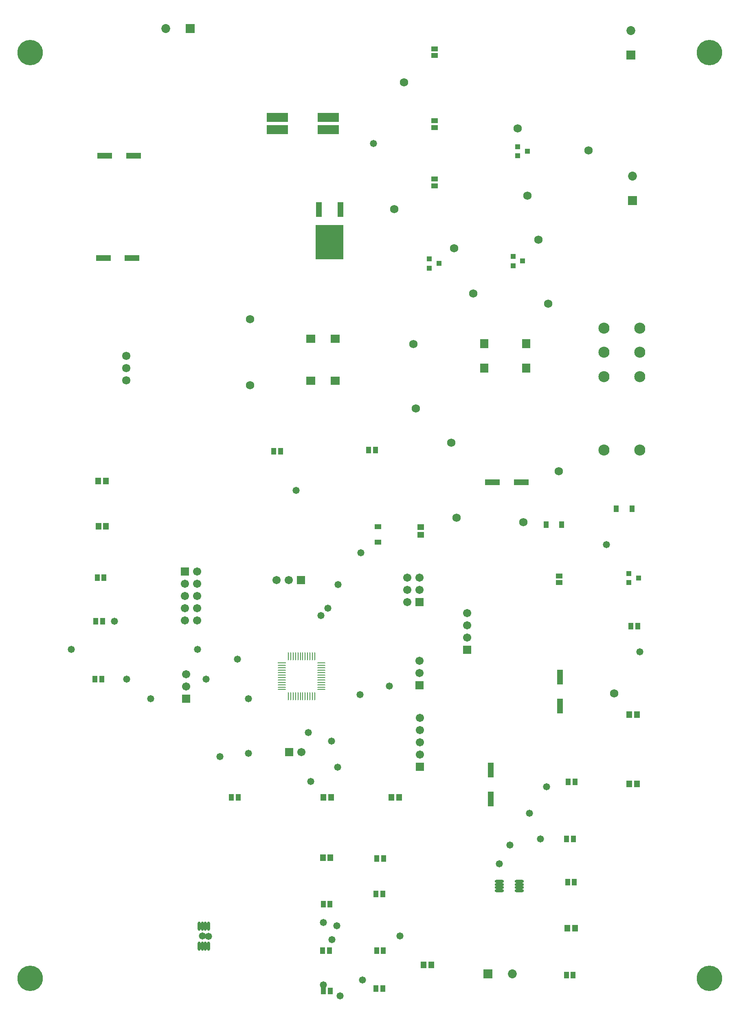
<source format=gts>
G04*
G04 #@! TF.GenerationSoftware,Altium Limited,Altium Designer,23.2.1 (34)*
G04*
G04 Layer_Color=8388736*
%FSLAX25Y25*%
%MOIN*%
G70*
G04*
G04 #@! TF.SameCoordinates,93AA6E6A-2443-478F-AA38-481D138D9A8A*
G04*
G04*
G04 #@! TF.FilePolarity,Negative*
G04*
G01*
G75*
%ADD20R,0.05339X0.04349*%
%ADD21R,0.04349X0.05339*%
%ADD28R,0.05136X0.05733*%
G04:AMPARAMS|DCode=30|XSize=9.94mil|YSize=65.17mil|CornerRadius=4.97mil|HoleSize=0mil|Usage=FLASHONLY|Rotation=0.000|XOffset=0mil|YOffset=0mil|HoleType=Round|Shape=RoundedRectangle|*
%AMROUNDEDRECTD30*
21,1,0.00994,0.05523,0,0,0.0*
21,1,0.00000,0.06517,0,0,0.0*
1,1,0.00994,0.00000,-0.02761*
1,1,0.00994,0.00000,-0.02761*
1,1,0.00994,0.00000,0.02761*
1,1,0.00994,0.00000,0.02761*
%
%ADD30ROUNDEDRECTD30*%
G04:AMPARAMS|DCode=31|XSize=65.17mil|YSize=9.94mil|CornerRadius=4.97mil|HoleSize=0mil|Usage=FLASHONLY|Rotation=0.000|XOffset=0mil|YOffset=0mil|HoleType=Round|Shape=RoundedRectangle|*
%AMROUNDEDRECTD31*
21,1,0.06517,0.00000,0,0,0.0*
21,1,0.05523,0.00994,0,0,0.0*
1,1,0.00994,0.02761,0.00000*
1,1,0.00994,-0.02761,0.00000*
1,1,0.00994,-0.02761,0.00000*
1,1,0.00994,0.02761,0.00000*
%
%ADD31ROUNDEDRECTD31*%
%ADD32R,0.06517X0.00994*%
%ADD34R,0.05733X0.05136*%
%ADD38R,0.04343X0.03950*%
%ADD39R,0.04383X0.05603*%
%ADD40R,0.12217X0.05131*%
%ADD41R,0.07493X0.06706*%
%ADD42R,0.06706X0.07493*%
%ADD43O,0.07493X0.02572*%
%ADD44O,0.02572X0.07493*%
%ADD45R,0.05131X0.12217*%
%ADD46R,0.05603X0.04383*%
%ADD47R,0.23044X0.27965*%
%ADD48R,0.04737X0.12020*%
%ADD49R,0.17611X0.07808*%
%ADD50C,0.20800*%
%ADD51C,0.09068*%
%ADD52C,0.07296*%
%ADD53R,0.07296X0.07296*%
%ADD54C,0.06780*%
%ADD55R,0.07296X0.07296*%
%ADD56R,0.06706X0.06706*%
%ADD57C,0.06706*%
%ADD58R,0.06706X0.06706*%
%ADD59C,0.06800*%
%ADD60C,0.05800*%
D20*
X469500Y355518D02*
D03*
Y350000D02*
D03*
X367500Y786518D02*
D03*
Y781000D02*
D03*
Y674482D02*
D03*
Y680000D02*
D03*
Y727759D02*
D03*
Y722241D02*
D03*
D21*
X533518Y314500D02*
D03*
X528000D02*
D03*
X241259Y457500D02*
D03*
X235741D02*
D03*
X319000Y458500D02*
D03*
X313482D02*
D03*
X319500Y95500D02*
D03*
X325018D02*
D03*
X325518Y124500D02*
D03*
X320000D02*
D03*
X281759Y87000D02*
D03*
X276241D02*
D03*
X281259Y49000D02*
D03*
X275741D02*
D03*
X276500Y16000D02*
D03*
X282018D02*
D03*
X325500Y49000D02*
D03*
X319982D02*
D03*
X476241Y105000D02*
D03*
X481759D02*
D03*
X482259Y187000D02*
D03*
X476741D02*
D03*
X480759Y29000D02*
D03*
X475241D02*
D03*
X319482Y18000D02*
D03*
X325000D02*
D03*
X475482Y140500D02*
D03*
X481000D02*
D03*
X91241Y354000D02*
D03*
X96759D02*
D03*
X90000Y318500D02*
D03*
X95518D02*
D03*
X95018Y271000D02*
D03*
X89500D02*
D03*
X206518Y174500D02*
D03*
X201000D02*
D03*
D28*
X358500Y37500D02*
D03*
X364805D02*
D03*
X275847Y125000D02*
D03*
X282153D02*
D03*
X476000Y67500D02*
D03*
X482305D02*
D03*
X526695Y185500D02*
D03*
X533000D02*
D03*
X526695Y242000D02*
D03*
X533000D02*
D03*
X282805Y174500D02*
D03*
X276500D02*
D03*
X332000D02*
D03*
X338305D02*
D03*
X92000Y433000D02*
D03*
X98305D02*
D03*
X92195Y396000D02*
D03*
X98500D02*
D03*
D30*
X247673Y289742D02*
D03*
X249642D02*
D03*
X251610D02*
D03*
X253579D02*
D03*
X255547D02*
D03*
X257516D02*
D03*
X259484D02*
D03*
X261453D02*
D03*
X263421D02*
D03*
X265390D02*
D03*
X267358D02*
D03*
X269327D02*
D03*
Y257258D02*
D03*
X267358D02*
D03*
X265390D02*
D03*
X263421D02*
D03*
X261453D02*
D03*
X259484D02*
D03*
X257516D02*
D03*
X255547D02*
D03*
X253579D02*
D03*
X251610D02*
D03*
X249642D02*
D03*
X247673D02*
D03*
D31*
X274742Y284327D02*
D03*
Y282358D02*
D03*
Y280390D02*
D03*
Y278421D02*
D03*
Y276453D02*
D03*
Y274484D02*
D03*
Y272516D02*
D03*
Y270547D02*
D03*
Y268579D02*
D03*
Y266610D02*
D03*
Y264642D02*
D03*
Y262673D02*
D03*
X242258D02*
D03*
Y264642D02*
D03*
Y266610D02*
D03*
Y268579D02*
D03*
Y270547D02*
D03*
Y272516D02*
D03*
Y274484D02*
D03*
Y276453D02*
D03*
Y278421D02*
D03*
Y280390D02*
D03*
Y282358D02*
D03*
D32*
Y284327D02*
D03*
D34*
X356000Y395500D02*
D03*
Y389195D02*
D03*
D38*
X526500Y357480D02*
D03*
Y350000D02*
D03*
X534374Y353740D02*
D03*
X370937Y611000D02*
D03*
X363063Y607260D02*
D03*
Y614740D02*
D03*
X443374Y702760D02*
D03*
X435500Y699020D02*
D03*
Y706500D02*
D03*
X439437Y613000D02*
D03*
X431563Y609260D02*
D03*
Y616740D02*
D03*
D39*
X458626Y397500D02*
D03*
X471500D02*
D03*
X516063Y410500D02*
D03*
X528937D02*
D03*
D40*
X119811Y615500D02*
D03*
X96189D02*
D03*
X121122Y699000D02*
D03*
X97500D02*
D03*
X438311Y432000D02*
D03*
X414689D02*
D03*
D41*
X286000Y515000D02*
D03*
X266000D02*
D03*
Y549500D02*
D03*
X286000D02*
D03*
D42*
X442500Y545500D02*
D03*
Y525500D02*
D03*
X408000D02*
D03*
Y545500D02*
D03*
D43*
X436768Y98161D02*
D03*
Y100720D02*
D03*
Y103280D02*
D03*
Y105839D02*
D03*
X420232Y98161D02*
D03*
Y100720D02*
D03*
Y103280D02*
D03*
Y105839D02*
D03*
D44*
X182339Y69268D02*
D03*
X179780D02*
D03*
X177220D02*
D03*
X174661D02*
D03*
X182339Y52732D02*
D03*
X179780D02*
D03*
X177220D02*
D03*
X174661D02*
D03*
D45*
X470000Y249189D02*
D03*
Y272811D02*
D03*
X413500Y196811D02*
D03*
Y173189D02*
D03*
D46*
X321000Y383063D02*
D03*
Y395937D02*
D03*
D47*
X281500Y628500D02*
D03*
D48*
X272524Y655272D02*
D03*
X290476D02*
D03*
D49*
X280386Y720500D02*
D03*
Y730500D02*
D03*
X238614D02*
D03*
Y720500D02*
D03*
D50*
X36500Y26500D02*
D03*
Y783500D02*
D03*
X592500Y26500D02*
D03*
Y783500D02*
D03*
D51*
X535500Y458421D02*
D03*
Y518500D02*
D03*
Y538342D02*
D03*
Y558185D02*
D03*
X505972D02*
D03*
Y538342D02*
D03*
Y518500D02*
D03*
Y458421D02*
D03*
D52*
X528000Y801500D02*
D03*
X529500Y682500D02*
D03*
X431000Y30000D02*
D03*
X147500Y803000D02*
D03*
D53*
X528000Y781500D02*
D03*
X529500Y662500D02*
D03*
D54*
X115000Y515421D02*
D03*
Y525657D02*
D03*
Y535500D02*
D03*
D55*
X411000Y30000D02*
D03*
X167500Y803000D02*
D03*
D56*
X163000Y359000D02*
D03*
X355000Y334000D02*
D03*
X355500Y199500D02*
D03*
X164000Y255000D02*
D03*
X394000Y295000D02*
D03*
X355000Y266000D02*
D03*
D57*
X173000Y359000D02*
D03*
X163000Y349000D02*
D03*
X173000D02*
D03*
X163000Y339000D02*
D03*
X173000D02*
D03*
X163000Y329000D02*
D03*
X173000D02*
D03*
X163000Y319000D02*
D03*
X173000D02*
D03*
X345000Y354000D02*
D03*
X355000D02*
D03*
X345000Y344000D02*
D03*
X355000D02*
D03*
X345000Y334000D02*
D03*
X238000Y352000D02*
D03*
X248000D02*
D03*
X355500Y209500D02*
D03*
Y219500D02*
D03*
Y229500D02*
D03*
Y239500D02*
D03*
X164000Y275000D02*
D03*
Y265000D02*
D03*
X394000Y305000D02*
D03*
Y315000D02*
D03*
Y325000D02*
D03*
X258500Y211500D02*
D03*
X355000Y286000D02*
D03*
Y276000D02*
D03*
D58*
X258000Y352000D02*
D03*
X248500Y211500D02*
D03*
D59*
X514500Y259500D02*
D03*
X469000Y441000D02*
D03*
X440000Y399500D02*
D03*
X385500Y403000D02*
D03*
X381000Y464500D02*
D03*
X350000Y545000D02*
D03*
X399000Y586500D02*
D03*
X435500Y721521D02*
D03*
X452500Y630500D02*
D03*
X383500Y623563D02*
D03*
X493500Y703500D02*
D03*
X443374Y666374D02*
D03*
X216500Y511500D02*
D03*
Y565500D02*
D03*
X334500Y655500D02*
D03*
X342500Y759000D02*
D03*
X460500Y578000D02*
D03*
X352000Y492500D02*
D03*
D60*
X508000Y381000D02*
D03*
X317500Y709000D02*
D03*
X70000Y295500D02*
D03*
X254000Y425500D02*
D03*
X283000Y220500D02*
D03*
X535500Y293500D02*
D03*
X330500Y265500D02*
D03*
X308500Y25000D02*
D03*
X339000Y61000D02*
D03*
X290000Y12000D02*
D03*
X283500Y58000D02*
D03*
X287500Y69500D02*
D03*
X276500Y72000D02*
D03*
X182311Y60689D02*
D03*
X105400Y318500D02*
D03*
X276400Y21300D02*
D03*
X177220Y61000D02*
D03*
X215000Y210500D02*
D03*
Y255000D02*
D03*
X135000D02*
D03*
X280000Y329000D02*
D03*
X173500Y295500D02*
D03*
X288000Y199000D02*
D03*
X306500Y258500D02*
D03*
X266000Y187500D02*
D03*
X288500Y348500D02*
D03*
X307000Y374500D02*
D03*
X274500Y323000D02*
D03*
X420500Y120000D02*
D03*
X445000Y161500D02*
D03*
X429000Y135500D02*
D03*
X454000Y140500D02*
D03*
X191808Y207808D02*
D03*
X206000Y287500D02*
D03*
X115500Y271000D02*
D03*
X180500D02*
D03*
X264000Y227500D02*
D03*
X459000Y183000D02*
D03*
M02*

</source>
